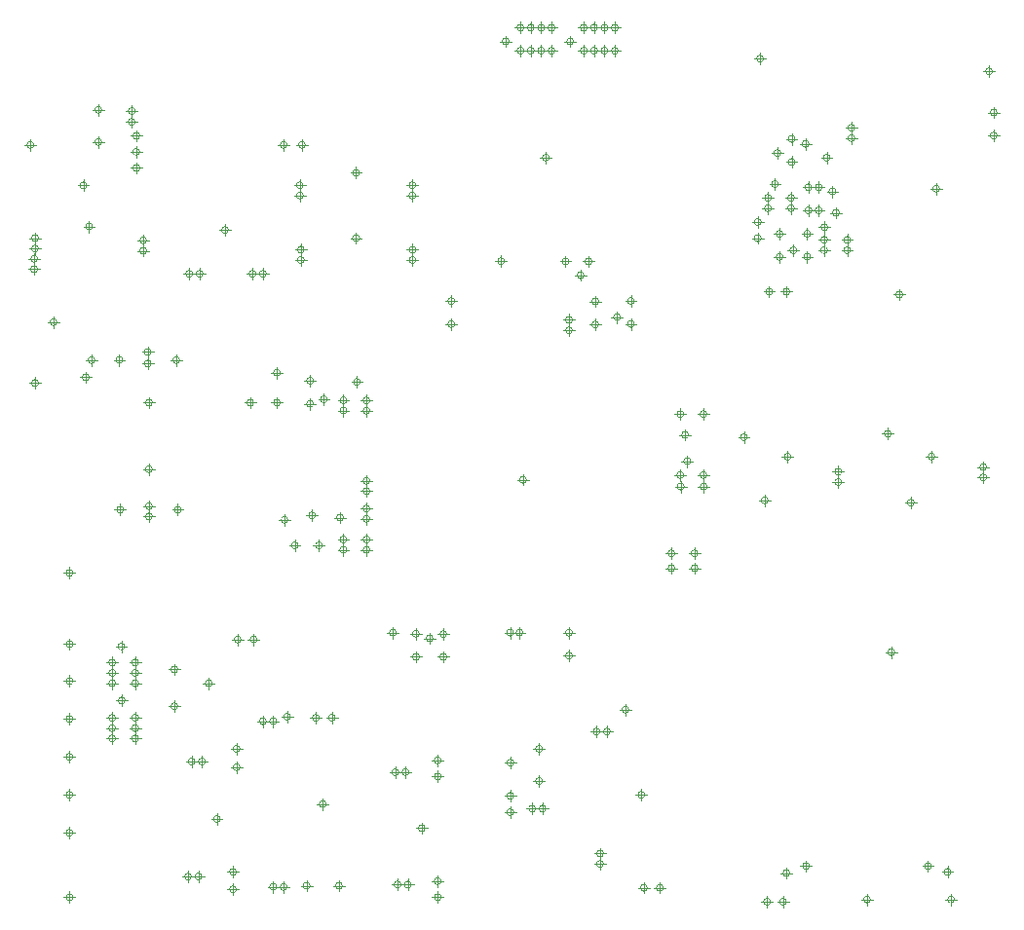
<source format=gbr>
G04*
G04 #@! TF.GenerationSoftware,Altium Limited,Altium Designer,24.9.1 (31)*
G04*
G04 Layer_Color=32896*
%FSLAX44Y44*%
%MOMM*%
G71*
G04*
G04 #@! TF.SameCoordinates,95152EAB-924E-4990-96F7-4EF775BF21D2*
G04*
G04*
G04 #@! TF.FilePolarity,Positive*
G04*
G01*
G75*
%ADD17C,0.1000*%
%ADD191C,0.0500*%
D17*
X820000Y500000D02*
X830000D01*
X825000Y495000D02*
Y505000D01*
X695000Y500000D02*
X705000D01*
X700000Y495000D02*
Y505000D01*
D191*
X225000Y341000D02*
G03*
X225000Y341000I-3000J0D01*
G01*
X200000Y303000D02*
G03*
X200000Y303000I-3000J0D01*
G01*
X719000Y144000D02*
G03*
X719000Y144000I-3000J0D01*
G01*
X576000Y206000D02*
G03*
X576000Y206000I-3000J0D01*
G01*
X679000Y846000D02*
G03*
X679000Y846000I-3000J0D01*
G01*
X104000Y773500D02*
G03*
X104000Y773500I-3000J0D01*
G01*
X259204Y546999D02*
G03*
X259204Y546999I-3000J0D01*
G01*
X65000Y617000D02*
G03*
X65000Y617000I-3000J0D01*
G01*
X299000Y198000D02*
G03*
X299000Y198000I-3000J0D01*
G01*
X328000Y690000D02*
G03*
X328000Y690000I-3000J0D01*
G01*
X214000Y697000D02*
G03*
X214000Y697000I-3000J0D01*
G01*
X328000Y747000D02*
G03*
X328000Y747000I-3000J0D01*
G01*
X96000Y700000D02*
G03*
X96000Y700000I-3000J0D01*
G01*
X385000Y177000D02*
G03*
X385000Y177000I-3000J0D01*
G01*
X207000Y185000D02*
G03*
X207000Y185000I-3000J0D01*
G01*
X148000Y489000D02*
G03*
X148000Y489000I-3000J0D01*
G01*
X148000Y547000D02*
G03*
X148000Y547000I-3000J0D01*
G01*
X45000Y771000D02*
G03*
X45000Y771000I-3000J0D01*
G01*
X828000Y500000D02*
G03*
X828000Y500000I-3000J0D01*
G01*
X703000D02*
G03*
X703000Y500000I-3000J0D01*
G01*
X473000Y480000D02*
G03*
X473000Y480000I-3000J0D01*
G01*
X772000Y115000D02*
G03*
X772000Y115000I-3000J0D01*
G01*
X462000Y234000D02*
G03*
X462000Y234000I-3000J0D01*
G01*
X289750Y449000D02*
G03*
X289750Y449000I-3000J0D01*
G01*
X832000Y733000D02*
G03*
X832000Y733000I-3000J0D01*
G01*
X615796Y496000D02*
G03*
X615796Y496000I-3000J0D01*
G01*
X554796Y621314D02*
G03*
X554796Y621314I-3000J0D01*
G01*
X707990Y679494D02*
G03*
X707990Y679494I-3000J0D01*
G01*
X692000Y737000D02*
G03*
X692000Y737000I-3000J0D01*
G01*
X718480Y771994D02*
G03*
X718480Y771994I-3000J0D01*
G01*
X514000Y861000D02*
G03*
X514000Y861000I-3000J0D01*
G01*
X458000D02*
G03*
X458000Y861000I-3000J0D01*
G01*
X523000Y657796D02*
G03*
X523000Y657796I-3000J0D01*
G01*
X116000Y312000D02*
G03*
X116000Y312000I-3000J0D01*
G01*
Y303000D02*
G03*
X116000Y303000I-3000J0D01*
G01*
X136000Y312000D02*
G03*
X136000Y312000I-3000J0D01*
G01*
Y321000D02*
G03*
X136000Y321000I-3000J0D01*
G01*
Y303000D02*
G03*
X136000Y303000I-3000J0D01*
G01*
X493000Y760000D02*
G03*
X493000Y760000I-3000J0D01*
G01*
X882000Y799250D02*
G03*
X882000Y799250I-3000J0D01*
G01*
Y779250D02*
G03*
X882000Y779250I-3000J0D01*
G01*
X747000Y487000D02*
G03*
X747000Y487000I-3000J0D01*
G01*
X314000Y447000D02*
G03*
X314000Y447000I-3000J0D01*
G01*
X265750Y445000D02*
G03*
X265750Y445000I-3000J0D01*
G01*
X614000Y519000D02*
G03*
X614000Y519000I-3000J0D01*
G01*
X79000Y117000D02*
G03*
X79000Y117000I-3000J0D01*
G01*
X79000Y399000D02*
G03*
X79000Y399000I-3000J0D01*
G01*
X170000Y283000D02*
G03*
X170000Y283000I-3000J0D01*
G01*
X79000Y173000D02*
G03*
X79000Y173000I-3000J0D01*
G01*
Y206000D02*
G03*
X79000Y206000I-3000J0D01*
G01*
X239000Y341000D02*
G03*
X239000Y341000I-3000J0D01*
G01*
X79000Y305000D02*
G03*
X79000Y305000I-3000J0D01*
G01*
Y337000D02*
G03*
X79000Y337000I-3000J0D01*
G01*
X170000Y315000D02*
G03*
X170000Y315000I-3000J0D01*
G01*
X878000Y835000D02*
G03*
X878000Y835000I-3000J0D01*
G01*
X800000Y641000D02*
G03*
X800000Y641000I-3000J0D01*
G01*
X793000Y330000D02*
G03*
X793000Y330000I-3000J0D01*
G01*
X747000Y478000D02*
G03*
X747000Y478000I-3000J0D01*
G01*
X873000Y491000D02*
G03*
X873000Y491000I-3000J0D01*
G01*
Y482000D02*
G03*
X873000Y482000I-3000J0D01*
G01*
X530000Y669797D02*
G03*
X530000Y669797I-3000J0D01*
G01*
X510000D02*
G03*
X510000Y669797I-3000J0D01*
G01*
X470796Y853000D02*
G03*
X470796Y853000I-3000J0D01*
G01*
X479796D02*
G03*
X479796Y853000I-3000J0D01*
G01*
X488796D02*
G03*
X488796Y853000I-3000J0D01*
G01*
X497796D02*
G03*
X497796Y853000I-3000J0D01*
G01*
X525796D02*
G03*
X525796Y853000I-3000J0D01*
G01*
X534796D02*
G03*
X534796Y853000I-3000J0D01*
G01*
X543796D02*
G03*
X543796Y853000I-3000J0D01*
G01*
X552796D02*
G03*
X552796Y853000I-3000J0D01*
G01*
X470796Y873000D02*
G03*
X470796Y873000I-3000J0D01*
G01*
X479796D02*
G03*
X479796Y873000I-3000J0D01*
G01*
X734740Y688494D02*
G03*
X734740Y688494I-3000J0D01*
G01*
X185000Y235000D02*
G03*
X185000Y235000I-3000J0D01*
G01*
X191000Y135000D02*
G03*
X191000Y135000I-3000J0D01*
G01*
X194000Y235000D02*
G03*
X194000Y235000I-3000J0D01*
G01*
X182000Y135000D02*
G03*
X182000Y135000I-3000J0D01*
G01*
X362000Y225750D02*
G03*
X362000Y225750I-3000J0D01*
G01*
X364000Y128000D02*
G03*
X364000Y128000I-3000J0D01*
G01*
X371000Y225750D02*
G03*
X371000Y225750I-3000J0D01*
G01*
X373000Y128000D02*
G03*
X373000Y128000I-3000J0D01*
G01*
X825000Y144000D02*
G03*
X825000Y144000I-3000J0D01*
G01*
X702000Y138000D02*
G03*
X702000Y138000I-3000J0D01*
G01*
X842000Y139000D02*
G03*
X842000Y139000I-3000J0D01*
G01*
X540000Y146000D02*
G03*
X540000Y146000I-3000J0D01*
G01*
X546000Y261000D02*
G03*
X546000Y261000I-3000J0D01*
G01*
X540000Y155000D02*
G03*
X540000Y155000I-3000J0D01*
G01*
X537000Y261000D02*
G03*
X537000Y261000I-3000J0D01*
G01*
X256000Y126000D02*
G03*
X256000Y126000I-3000J0D01*
G01*
X247000Y270000D02*
G03*
X247000Y270000I-3000J0D01*
G01*
X265000Y126000D02*
G03*
X265000Y126000I-3000J0D01*
G01*
X256000Y270000D02*
G03*
X256000Y270000I-3000J0D01*
G01*
X48250Y663000D02*
G03*
X48250Y663000I-3000J0D01*
G01*
Y672000D02*
G03*
X48250Y672000I-3000J0D01*
G01*
X98000Y584000D02*
G03*
X98000Y584000I-3000J0D01*
G01*
X93000Y569000D02*
G03*
X93000Y569000I-3000J0D01*
G01*
X143000Y679000D02*
G03*
X143000Y679000I-3000J0D01*
G01*
X143000Y688000D02*
G03*
X143000Y688000I-3000J0D01*
G01*
X49000Y681000D02*
G03*
X49000Y681000I-3000J0D01*
G01*
Y690000D02*
G03*
X49000Y690000I-3000J0D01*
G01*
X377000Y671000D02*
G03*
X377000Y671000I-3000J0D01*
G01*
X280000Y671000D02*
G03*
X280000Y671000I-3000J0D01*
G01*
X377000Y680000D02*
G03*
X377000Y680000I-3000J0D01*
G01*
X280000D02*
G03*
X280000Y680000I-3000J0D01*
G01*
X279000Y727000D02*
G03*
X279000Y727000I-3000J0D01*
G01*
X377000Y727000D02*
G03*
X377000Y727000I-3000J0D01*
G01*
X279000Y736000D02*
G03*
X279000Y736000I-3000J0D01*
G01*
X377000Y736000D02*
G03*
X377000Y736000I-3000J0D01*
G01*
X183000Y659000D02*
G03*
X183000Y659000I-3000J0D01*
G01*
X238000Y659000D02*
G03*
X238000Y659000I-3000J0D01*
G01*
X192000Y659000D02*
G03*
X192000Y659000I-3000J0D01*
G01*
X247000Y659000D02*
G03*
X247000Y659000I-3000J0D01*
G01*
X602000Y416000D02*
G03*
X602000Y416000I-3000J0D01*
G01*
X136000Y255000D02*
G03*
X136000Y255000I-3000J0D01*
G01*
Y264000D02*
G03*
X136000Y264000I-3000J0D01*
G01*
Y273000D02*
G03*
X136000Y273000I-3000J0D01*
G01*
X116000Y321000D02*
G03*
X116000Y321000I-3000J0D01*
G01*
X116000Y255000D02*
G03*
X116000Y255000I-3000J0D01*
G01*
Y264000D02*
G03*
X116000Y264000I-3000J0D01*
G01*
Y273000D02*
G03*
X116000Y273000I-3000J0D01*
G01*
X79000Y239000D02*
G03*
X79000Y239000I-3000J0D01*
G01*
Y272000D02*
G03*
X79000Y272000I-3000J0D01*
G01*
X300000Y550000D02*
G03*
X300000Y550000I-3000J0D01*
G01*
X124000Y335000D02*
G03*
X124000Y335000I-3000J0D01*
G01*
X124250Y288000D02*
G03*
X124250Y288000I-3000J0D01*
G01*
X488796Y873000D02*
G03*
X488796Y873000I-3000J0D01*
G01*
X497796D02*
G03*
X497796Y873000I-3000J0D01*
G01*
X525796D02*
G03*
X525796Y873000I-3000J0D01*
G01*
X534796D02*
G03*
X534796Y873000I-3000J0D01*
G01*
X543796D02*
G03*
X543796Y873000I-3000J0D01*
G01*
X552796D02*
G03*
X552796Y873000I-3000J0D01*
G01*
X133000Y791000D02*
G03*
X133000Y791000I-3000J0D01*
G01*
Y800500D02*
G03*
X133000Y800500I-3000J0D01*
G01*
X490000Y194000D02*
G03*
X490000Y194000I-3000J0D01*
G01*
X481000D02*
G03*
X481000Y194000I-3000J0D01*
G01*
X148000Y448000D02*
G03*
X148000Y448000I-3000J0D01*
G01*
Y457000D02*
G03*
X148000Y457000I-3000J0D01*
G01*
X147000Y581000D02*
G03*
X147000Y581000I-3000J0D01*
G01*
X686000Y716000D02*
G03*
X686000Y716000I-3000J0D01*
G01*
X720990Y734245D02*
G03*
X720990Y734245I-3000J0D01*
G01*
X719990Y673745D02*
G03*
X719990Y673745I-3000J0D01*
G01*
X745000Y712000D02*
G03*
X745000Y712000I-3000J0D01*
G01*
X695990Y673745D02*
G03*
X695990Y673745I-3000J0D01*
G01*
X754740Y679494D02*
G03*
X754740Y679494I-3000J0D01*
G01*
Y688494D02*
G03*
X754740Y688494I-3000J0D01*
G01*
X706000Y725000D02*
G03*
X706000Y725000I-3000J0D01*
G01*
Y716000D02*
G03*
X706000Y716000I-3000J0D01*
G01*
X720990Y714245D02*
G03*
X720990Y714245I-3000J0D01*
G01*
X719990Y693745D02*
G03*
X719990Y693745I-3000J0D01*
G01*
X734990Y699494D02*
G03*
X734990Y699494I-3000J0D01*
G01*
X695990Y693745D02*
G03*
X695990Y693745I-3000J0D01*
G01*
X734740Y679494D02*
G03*
X734740Y679494I-3000J0D01*
G01*
X403796Y345750D02*
G03*
X403796Y345750I-3000J0D01*
G01*
X535796Y615000D02*
G03*
X535796Y615000I-3000J0D01*
G01*
X609796Y484000D02*
G03*
X609796Y484000I-3000J0D01*
G01*
X337000Y428000D02*
G03*
X337000Y428000I-3000J0D01*
G01*
X566796Y615314D02*
G03*
X566796Y615314I-3000J0D01*
G01*
X622000Y416000D02*
G03*
X622000Y416000I-3000J0D01*
G01*
X403796Y326000D02*
G03*
X403796Y326000I-3000J0D01*
G01*
X535796Y635000D02*
G03*
X535796Y635000I-3000J0D01*
G01*
X629796Y484000D02*
G03*
X629796Y484000I-3000J0D01*
G01*
X317000Y428000D02*
G03*
X317000Y428000I-3000J0D01*
G01*
X566796Y635314D02*
G03*
X566796Y635314I-3000J0D01*
G01*
X337000Y540000D02*
G03*
X337000Y540000I-3000J0D01*
G01*
Y549000D02*
G03*
X337000Y549000I-3000J0D01*
G01*
X513000Y610000D02*
G03*
X513000Y610000I-3000J0D01*
G01*
X410796Y615314D02*
G03*
X410796Y615314I-3000J0D01*
G01*
X609796Y537000D02*
G03*
X609796Y537000I-3000J0D01*
G01*
X602046Y403000D02*
G03*
X602046Y403000I-3000J0D01*
G01*
X513000Y347000D02*
G03*
X513000Y347000I-3000J0D01*
G01*
X461796Y347000D02*
G03*
X461796Y347000I-3000J0D01*
G01*
X379796Y346000D02*
G03*
X379796Y346000I-3000J0D01*
G01*
X337000Y419000D02*
G03*
X337000Y419000I-3000J0D01*
G01*
Y455000D02*
G03*
X337000Y455000I-3000J0D01*
G01*
Y479000D02*
G03*
X337000Y479000I-3000J0D01*
G01*
X610046Y474000D02*
G03*
X610046Y474000I-3000J0D01*
G01*
X317000Y540000D02*
G03*
X317000Y540000I-3000J0D01*
G01*
Y549000D02*
G03*
X317000Y549000I-3000J0D01*
G01*
X513000Y619000D02*
G03*
X513000Y619000I-3000J0D01*
G01*
X410796Y635314D02*
G03*
X410796Y635314I-3000J0D01*
G01*
X629796Y537000D02*
G03*
X629796Y537000I-3000J0D01*
G01*
X622046Y403000D02*
G03*
X622046Y403000I-3000J0D01*
G01*
X147000Y591000D02*
G03*
X147000Y591000I-3000J0D01*
G01*
X737000Y760000D02*
G03*
X737000Y760000I-3000J0D01*
G01*
X706480Y756245D02*
G03*
X706480Y756245I-3000J0D01*
G01*
Y776245D02*
G03*
X706480Y776245I-3000J0D01*
G01*
X729990Y734245D02*
G03*
X729990Y734245I-3000J0D01*
G01*
Y714245D02*
G03*
X729990Y714245I-3000J0D01*
G01*
X686000Y725000D02*
G03*
X686000Y725000I-3000J0D01*
G01*
X513000Y327000D02*
G03*
X513000Y327000I-3000J0D01*
G01*
X470000Y347000D02*
G03*
X470000Y347000I-3000J0D01*
G01*
X380000Y326000D02*
G03*
X380000Y326000I-3000J0D01*
G01*
X317000Y419000D02*
G03*
X317000Y419000I-3000J0D01*
G01*
X337000Y446000D02*
G03*
X337000Y446000I-3000J0D01*
G01*
Y470000D02*
G03*
X337000Y470000I-3000J0D01*
G01*
X630046Y474000D02*
G03*
X630046Y474000I-3000J0D01*
G01*
X295750Y423000D02*
G03*
X295750Y423000I-3000J0D01*
G01*
X274750D02*
G03*
X274750Y423000I-3000J0D01*
G01*
X236000Y547000D02*
G03*
X236000Y547000I-3000J0D01*
G01*
X259250Y573000D02*
G03*
X259250Y573000I-3000J0D01*
G01*
X758250Y786000D02*
G03*
X758250Y786000I-3000J0D01*
G01*
Y777000D02*
G03*
X758250Y777000I-3000J0D01*
G01*
X288000Y546000D02*
G03*
X288000Y546000I-3000J0D01*
G01*
Y566000D02*
G03*
X288000Y566000I-3000J0D01*
G01*
X683000Y462000D02*
G03*
X683000Y462000I-3000J0D01*
G01*
X665000Y517000D02*
G03*
X665000Y517000I-3000J0D01*
G01*
X810000Y460000D02*
G03*
X810000Y460000I-3000J0D01*
G01*
X790000Y520000D02*
G03*
X790000Y520000I-3000J0D01*
G01*
X454000Y670000D02*
G03*
X454000Y670000I-3000J0D01*
G01*
X91000Y736000D02*
G03*
X91000Y736000I-3000J0D01*
G01*
X137000Y779000D02*
G03*
X137000Y779000I-3000J0D01*
G01*
Y751000D02*
G03*
X137000Y751000I-3000J0D01*
G01*
Y765000D02*
G03*
X137000Y765000I-3000J0D01*
G01*
X104000Y801500D02*
G03*
X104000Y801500I-3000J0D01*
G01*
X487000Y218000D02*
G03*
X487000Y218000I-3000J0D01*
G01*
Y246000D02*
G03*
X487000Y246000I-3000J0D01*
G01*
X462000Y205000D02*
G03*
X462000Y205000I-3000J0D01*
G01*
Y191000D02*
G03*
X462000Y191000I-3000J0D01*
G01*
X171750Y584000D02*
G03*
X171750Y584000I-3000J0D01*
G01*
X122250D02*
G03*
X122250Y584000I-3000J0D01*
G01*
X173000Y454000D02*
G03*
X173000Y454000I-3000J0D01*
G01*
X123000D02*
G03*
X123000Y454000I-3000J0D01*
G01*
X741990Y730495D02*
G03*
X741990Y730495I-3000J0D01*
G01*
X694000Y764000D02*
G03*
X694000Y764000I-3000J0D01*
G01*
X701990Y643494D02*
G03*
X701990Y643494I-3000J0D01*
G01*
X686990D02*
G03*
X686990Y643494I-3000J0D01*
G01*
X677000Y704000D02*
G03*
X677000Y704000I-3000J0D01*
G01*
Y690000D02*
G03*
X677000Y690000I-3000J0D01*
G01*
X224000Y230000D02*
G03*
X224000Y230000I-3000J0D01*
G01*
X221000Y139000D02*
G03*
X221000Y139000I-3000J0D01*
G01*
X224000Y246000D02*
G03*
X224000Y246000I-3000J0D01*
G01*
X221000Y124000D02*
G03*
X221000Y124000I-3000J0D01*
G01*
X399000Y222000D02*
G03*
X399000Y222000I-3000J0D01*
G01*
Y131000D02*
G03*
X399000Y131000I-3000J0D01*
G01*
X399000Y236000D02*
G03*
X399000Y236000I-3000J0D01*
G01*
Y117000D02*
G03*
X399000Y117000I-3000J0D01*
G01*
X845000Y115000D02*
G03*
X845000Y115000I-3000J0D01*
G01*
X699000Y113000D02*
G03*
X699000Y113000I-3000J0D01*
G01*
X685000D02*
G03*
X685000Y113000I-3000J0D01*
G01*
X562000Y280000D02*
G03*
X562000Y280000I-3000J0D01*
G01*
X578000Y125250D02*
G03*
X578000Y125250I-3000J0D01*
G01*
X592000D02*
G03*
X592000Y125250I-3000J0D01*
G01*
X307000Y273000D02*
G03*
X307000Y273000I-3000J0D01*
G01*
X285000Y127000D02*
G03*
X285000Y127000I-3000J0D01*
G01*
X268000Y274000D02*
G03*
X268000Y274000I-3000J0D01*
G01*
X293000Y273000D02*
G03*
X293000Y273000I-3000J0D01*
G01*
X313000Y127000D02*
G03*
X313000Y127000I-3000J0D01*
G01*
X49000Y564000D02*
G03*
X49000Y564000I-3000J0D01*
G01*
X281000Y771000D02*
G03*
X281000Y771000I-3000J0D01*
G01*
X265000D02*
G03*
X265000Y771000I-3000J0D01*
G01*
X360000Y347000D02*
G03*
X360000Y347000I-3000J0D01*
G01*
X391796Y342000D02*
G03*
X391796Y342000I-3000J0D01*
G01*
X328796Y565000D02*
G03*
X328796Y565000I-3000J0D01*
G01*
X222000Y336000D02*
Y346000D01*
X217000Y341000D02*
X227000D01*
X192000Y303000D02*
X202000D01*
X197000Y298000D02*
Y308000D01*
X711000Y144000D02*
X721000D01*
X716000Y139000D02*
Y149000D01*
X573000Y201000D02*
Y211000D01*
X568000Y206000D02*
X578000D01*
X676000Y841000D02*
Y851000D01*
X671000Y846000D02*
X681000D01*
X96000Y773500D02*
X106000D01*
X101000Y768500D02*
Y778500D01*
X256204Y541999D02*
Y551999D01*
X251204Y546999D02*
X261204D01*
X57000Y617000D02*
X67000D01*
X62000Y612000D02*
Y622000D01*
X296000Y193000D02*
Y203000D01*
X291000Y198000D02*
X301000D01*
X325000Y685000D02*
Y695000D01*
X320000Y690000D02*
X330000D01*
X211000Y692000D02*
Y702000D01*
X206000Y697000D02*
X216000D01*
X325000Y742000D02*
Y752000D01*
X320000Y747000D02*
X330000D01*
X93000Y695000D02*
Y705000D01*
X88000Y700000D02*
X98000D01*
X377000Y177000D02*
X387000D01*
X382000Y172000D02*
Y182000D01*
X199000Y185000D02*
X209000D01*
X204000Y180000D02*
Y190000D01*
X145000Y484000D02*
Y494000D01*
X140000Y489000D02*
X150000D01*
X145000Y542000D02*
Y552000D01*
X140000Y547000D02*
X150000D01*
X42000Y766000D02*
Y776000D01*
X37000Y771000D02*
X47000D01*
X825000Y495000D02*
Y505000D01*
X820000Y500000D02*
X830000D01*
X700000Y495000D02*
Y505000D01*
X695000Y500000D02*
X705000D01*
X470000Y475000D02*
Y485000D01*
X465000Y480000D02*
X475000D01*
X769000Y110000D02*
Y120000D01*
X764000Y115000D02*
X774000D01*
X459000Y229000D02*
Y239000D01*
X454000Y234000D02*
X464000D01*
X281750Y449000D02*
X291750D01*
X286750Y444000D02*
Y454000D01*
X824000Y733000D02*
X834000D01*
X829000Y728000D02*
Y738000D01*
X612796Y491000D02*
Y501000D01*
X607796Y496000D02*
X617796D01*
X551796Y616314D02*
Y626314D01*
X546796Y621314D02*
X556796D01*
X699990Y679494D02*
X709990D01*
X704990Y674494D02*
Y684494D01*
X684000Y737000D02*
X694000D01*
X689000Y732000D02*
Y742000D01*
X710480Y771994D02*
X720480D01*
X715480Y766994D02*
Y776994D01*
X506000Y861000D02*
X516000D01*
X511000Y856000D02*
Y866000D01*
X455000Y856000D02*
Y866000D01*
X450000Y861000D02*
X460000D01*
X520000Y652796D02*
Y662796D01*
X515000Y657796D02*
X525000D01*
X113000Y307000D02*
Y317000D01*
X108000Y312000D02*
X118000D01*
X113000Y298000D02*
Y308000D01*
X108000Y303000D02*
X118000D01*
X133000Y307000D02*
Y317000D01*
X128000Y312000D02*
X138000D01*
X133000Y316000D02*
Y326000D01*
X128000Y321000D02*
X138000D01*
X133000Y298000D02*
Y308000D01*
X128000Y303000D02*
X138000D01*
X490000Y755000D02*
Y765000D01*
X485000Y760000D02*
X495000D01*
X874000Y799250D02*
X884000D01*
X879000Y794250D02*
Y804250D01*
X874000Y779250D02*
X884000D01*
X879000Y774250D02*
Y784250D01*
X744000Y482000D02*
Y492000D01*
X739000Y487000D02*
X749000D01*
X306000Y447000D02*
X316000D01*
X311000Y442000D02*
Y452000D01*
X257750Y445000D02*
X267750D01*
X262750Y440000D02*
Y450000D01*
X611000Y514000D02*
Y524000D01*
X606000Y519000D02*
X616000D01*
X71000Y117000D02*
X81000D01*
X76000Y112000D02*
Y122000D01*
X71000Y399000D02*
X81000D01*
X76000Y394000D02*
Y404000D01*
X162000Y283000D02*
X172000D01*
X167000Y278000D02*
Y288000D01*
X71000Y173000D02*
X81000D01*
X76000Y168000D02*
Y178000D01*
X71000Y206000D02*
X81000D01*
X76000Y201000D02*
Y211000D01*
X231000Y341000D02*
X241000D01*
X236000Y336000D02*
Y346000D01*
X71000Y305000D02*
X81000D01*
X76000Y300000D02*
Y310000D01*
X71000Y337000D02*
X81000D01*
X76000Y332000D02*
Y342000D01*
X162000Y315000D02*
X172000D01*
X167000Y310000D02*
Y320000D01*
X875000Y830000D02*
Y840000D01*
X870000Y835000D02*
X880000D01*
X792000Y641000D02*
X802000D01*
X797000Y636000D02*
Y646000D01*
X785000Y330000D02*
X795000D01*
X790000Y325000D02*
Y335000D01*
X744000Y473000D02*
Y483000D01*
X739000Y478000D02*
X749000D01*
X870000Y486000D02*
Y496000D01*
X865000Y491000D02*
X875000D01*
X870000Y477000D02*
Y487000D01*
X865000Y482000D02*
X875000D01*
X527000Y664797D02*
Y674797D01*
X522000Y669797D02*
X532000D01*
X507000Y664797D02*
Y674797D01*
X502000Y669797D02*
X512000D01*
X462797Y853000D02*
X472796D01*
X467796Y848000D02*
Y858000D01*
X471796Y853000D02*
X481796D01*
X476796Y848000D02*
Y858000D01*
X480796Y853000D02*
X490796D01*
X485796Y848000D02*
Y858000D01*
X489796Y853000D02*
X499796D01*
X494796Y848000D02*
Y858000D01*
X517796Y853000D02*
X527796D01*
X522796Y848000D02*
Y858000D01*
X526796Y853000D02*
X536796D01*
X531796Y848000D02*
Y858000D01*
X535796Y853000D02*
X545796D01*
X540796Y848000D02*
Y858000D01*
X544796Y853000D02*
X554796D01*
X549796Y848000D02*
Y858000D01*
X462797Y873000D02*
X472796D01*
X467796Y868000D02*
Y878000D01*
X471796Y873000D02*
X481796D01*
X476796Y868000D02*
Y878000D01*
X731740Y683494D02*
Y693494D01*
X726740Y688494D02*
X736740D01*
X177000Y235000D02*
X187000D01*
X182000Y230000D02*
Y240000D01*
X183000Y135000D02*
X193000D01*
X188000Y130000D02*
Y140000D01*
X186000Y235000D02*
X196000D01*
X191000Y230000D02*
Y240000D01*
X174000Y135000D02*
X184000D01*
X179000Y130000D02*
Y140000D01*
X354000Y225750D02*
X364000D01*
X359000Y220750D02*
Y230750D01*
X356000Y128000D02*
X366000D01*
X361000Y123000D02*
Y133000D01*
X363000Y225750D02*
X373000D01*
X368000Y220750D02*
Y230750D01*
X365000Y128000D02*
X375000D01*
X370000Y123000D02*
Y133000D01*
X822000Y139000D02*
Y149000D01*
X817000Y144000D02*
X827000D01*
X694000Y138000D02*
X704000D01*
X699000Y133000D02*
Y143000D01*
X834000Y139000D02*
X844000D01*
X839000Y134000D02*
Y144000D01*
X537000Y141000D02*
Y151000D01*
X532000Y146000D02*
X542000D01*
X538000Y261000D02*
X548000D01*
X543000Y256000D02*
Y266000D01*
X537000Y150000D02*
Y160000D01*
X532000Y155000D02*
X542000D01*
X529000Y261000D02*
X539000D01*
X534000Y256000D02*
Y266000D01*
X248000Y126000D02*
X258000D01*
X253000Y121000D02*
Y131000D01*
X239000Y270000D02*
X249000D01*
X244000Y265000D02*
Y275000D01*
X257000Y126000D02*
X267000D01*
X262000Y121000D02*
Y131000D01*
X248000Y270000D02*
X258000D01*
X253000Y265000D02*
Y275000D01*
X45250Y658000D02*
Y668000D01*
X40250Y663000D02*
X50250D01*
X45250Y667000D02*
Y677000D01*
X40250Y672000D02*
X50250D01*
X90000Y584000D02*
X100000D01*
X95000Y579000D02*
Y589000D01*
X90000Y564000D02*
Y574000D01*
X85000Y569000D02*
X95000D01*
X140000Y674000D02*
Y684000D01*
X135000Y679000D02*
X145000D01*
X140000Y683000D02*
Y693000D01*
X135000Y688000D02*
X145000D01*
X46000Y676000D02*
Y686000D01*
X41000Y681000D02*
X51000D01*
X46000Y685000D02*
Y695000D01*
X41000Y690000D02*
X51000D01*
X374000Y666000D02*
Y676000D01*
X369000Y671000D02*
X379000D01*
X277000Y666000D02*
Y676000D01*
X272000Y671000D02*
X282000D01*
X374000Y675000D02*
Y685000D01*
X369000Y680000D02*
X379000D01*
X277000Y675000D02*
Y685000D01*
X272000Y680000D02*
X282000D01*
X276000Y722000D02*
Y732000D01*
X271000Y727000D02*
X281000D01*
X374000Y722000D02*
Y732000D01*
X369000Y727000D02*
X379000D01*
X276000Y731000D02*
Y741000D01*
X271000Y736000D02*
X281000D01*
X374000Y731000D02*
Y741000D01*
X369000Y736000D02*
X379000D01*
X175000Y659000D02*
X185000D01*
X180000Y654000D02*
Y664000D01*
X230000Y659000D02*
X240000D01*
X235000Y654000D02*
Y664000D01*
X184000Y659000D02*
X194000D01*
X189000Y654000D02*
Y664000D01*
X239000Y659000D02*
X249000D01*
X244000Y654000D02*
Y664000D01*
X599000Y411000D02*
Y421000D01*
X594000Y416000D02*
X604000D01*
X133000Y250000D02*
Y260000D01*
X128000Y255000D02*
X138000D01*
X133000Y259000D02*
Y269000D01*
X128000Y264000D02*
X138000D01*
X133000Y268000D02*
Y278000D01*
X128000Y273000D02*
X138000D01*
X113000Y316000D02*
Y326000D01*
X108000Y321000D02*
X118000D01*
X113000Y250000D02*
Y260000D01*
X108000Y255000D02*
X118000D01*
X113000Y259000D02*
Y269000D01*
X108000Y264000D02*
X118000D01*
X113000Y268000D02*
Y278000D01*
X108000Y273000D02*
X118000D01*
X71000Y239000D02*
X81000D01*
X76000Y234000D02*
Y244000D01*
X71000Y272000D02*
X81000D01*
X76000Y267000D02*
Y277000D01*
X292000Y550000D02*
X302000D01*
X297000Y545000D02*
Y555000D01*
X116000Y335000D02*
X126000D01*
X121000Y330000D02*
Y340000D01*
X116250Y288000D02*
X126250D01*
X121250Y283000D02*
Y293000D01*
X480796Y873000D02*
X490796D01*
X485796Y868000D02*
Y878000D01*
X489796Y873000D02*
X499796D01*
X494796Y868000D02*
Y878000D01*
X517796Y873000D02*
X527796D01*
X522796Y868000D02*
Y878000D01*
X526796Y873000D02*
X536796D01*
X531796Y868000D02*
Y878000D01*
X535796Y873000D02*
X545796D01*
X540796Y868000D02*
Y878000D01*
X544796Y873000D02*
X554796D01*
X549796Y868000D02*
Y878000D01*
X130000Y786000D02*
Y796000D01*
X125000Y791000D02*
X135000D01*
X130000Y795500D02*
Y805500D01*
X125000Y800500D02*
X135000D01*
X482000Y194000D02*
X492000D01*
X487000Y189000D02*
Y199000D01*
X473000Y194000D02*
X483000D01*
X478000Y189000D02*
Y199000D01*
X145000Y443000D02*
Y453000D01*
X140000Y448000D02*
X150000D01*
X145000Y452000D02*
Y462000D01*
X140000Y457000D02*
X150000D01*
X144000Y576000D02*
Y586000D01*
X139000Y581000D02*
X149000D01*
X683000Y711000D02*
Y721000D01*
X678000Y716000D02*
X688000D01*
X712990Y734245D02*
X722990D01*
X717990Y729245D02*
Y739245D01*
X711990Y673745D02*
X721990D01*
X716990Y668745D02*
Y678745D01*
X742000Y707000D02*
Y717000D01*
X737000Y712000D02*
X747000D01*
X687990Y673745D02*
X697990D01*
X692990Y668745D02*
Y678745D01*
X751740Y674494D02*
Y684494D01*
X746740Y679494D02*
X756740D01*
X751740Y683494D02*
Y693494D01*
X746740Y688494D02*
X756740D01*
X703000Y720000D02*
Y730000D01*
X698000Y725000D02*
X708000D01*
X703000Y711000D02*
Y721000D01*
X698000Y716000D02*
X708000D01*
X712990Y714245D02*
X722990D01*
X717990Y709245D02*
Y719245D01*
X711990Y693745D02*
X721990D01*
X716990Y688745D02*
Y698745D01*
X731990Y694494D02*
Y704494D01*
X726990Y699494D02*
X736990D01*
X687990Y693745D02*
X697990D01*
X692990Y688745D02*
Y698745D01*
X731740Y674494D02*
Y684494D01*
X726740Y679494D02*
X736740D01*
X395796Y345750D02*
X405796D01*
X400796Y340750D02*
Y350750D01*
X527796Y615000D02*
X537796D01*
X532796Y610000D02*
Y620000D01*
X606796Y479000D02*
Y489000D01*
X601796Y484000D02*
X611796D01*
X334000Y423000D02*
Y433000D01*
X329000Y428000D02*
X339000D01*
X558796Y615314D02*
X568796D01*
X563796Y610314D02*
Y620314D01*
X619000Y411000D02*
Y421000D01*
X614000Y416000D02*
X624000D01*
X395796Y326000D02*
X405796D01*
X400796Y321000D02*
Y331000D01*
X527796Y635000D02*
X537796D01*
X532796Y630000D02*
Y640000D01*
X626796Y479000D02*
Y489000D01*
X621796Y484000D02*
X631796D01*
X314000Y423000D02*
Y433000D01*
X309000Y428000D02*
X319000D01*
X558796Y635314D02*
X568796D01*
X563796Y630314D02*
Y640314D01*
X334000Y535000D02*
Y545000D01*
X329000Y540000D02*
X339000D01*
X334000Y544000D02*
Y554000D01*
X329000Y549000D02*
X339000D01*
X510000Y605000D02*
Y615000D01*
X505000Y610000D02*
X515000D01*
X402796Y615314D02*
X412796D01*
X407796Y610314D02*
Y620314D01*
X606796Y532000D02*
Y542000D01*
X601796Y537000D02*
X611796D01*
X599046Y398000D02*
Y408000D01*
X594046Y403000D02*
X604046D01*
X505000Y347000D02*
X515000D01*
X510000Y342000D02*
Y352000D01*
X453796Y347000D02*
X463796D01*
X458796Y342000D02*
Y352000D01*
X371796Y346000D02*
X381796D01*
X376796Y341000D02*
Y351000D01*
X334000Y414000D02*
Y424000D01*
X329000Y419000D02*
X339000D01*
X334000Y450000D02*
Y460000D01*
X329000Y455000D02*
X339000D01*
X334000Y474000D02*
Y484000D01*
X329000Y479000D02*
X339000D01*
X607046Y469000D02*
Y479000D01*
X602046Y474000D02*
X612046D01*
X314000Y535000D02*
Y545000D01*
X309000Y540000D02*
X319000D01*
X314000Y544000D02*
Y554000D01*
X309000Y549000D02*
X319000D01*
X510000Y614000D02*
Y624000D01*
X505000Y619000D02*
X515000D01*
X402796Y635314D02*
X412796D01*
X407796Y630314D02*
Y640314D01*
X626796Y532000D02*
Y542000D01*
X621796Y537000D02*
X631796D01*
X619046Y398000D02*
Y408000D01*
X614046Y403000D02*
X624046D01*
X144000Y586000D02*
Y596000D01*
X139000Y591000D02*
X149000D01*
X734000Y755000D02*
Y765000D01*
X729000Y760000D02*
X739000D01*
X698480Y756245D02*
X708480D01*
X703480Y751245D02*
Y761245D01*
X698480Y776245D02*
X708480D01*
X703480Y771245D02*
Y781245D01*
X721990Y734245D02*
X731990D01*
X726990Y729245D02*
Y739245D01*
X721990Y714245D02*
X731990D01*
X726990Y709245D02*
Y719245D01*
X683000Y720000D02*
Y730000D01*
X678000Y725000D02*
X688000D01*
X505000Y327000D02*
X515000D01*
X510000Y322000D02*
Y332000D01*
X462000Y347000D02*
X472000D01*
X467000Y342000D02*
Y352000D01*
X372000Y326000D02*
X382000D01*
X377000Y321000D02*
Y331000D01*
X314000Y414000D02*
Y424000D01*
X309000Y419000D02*
X319000D01*
X334000Y441000D02*
Y451000D01*
X329000Y446000D02*
X339000D01*
X334000Y465000D02*
Y475000D01*
X329000Y470000D02*
X339000D01*
X627046Y469000D02*
Y479000D01*
X622046Y474000D02*
X632046D01*
X292750Y418000D02*
Y428000D01*
X287750Y423000D02*
X297750D01*
X271750Y418000D02*
Y428000D01*
X266750Y423000D02*
X276750D01*
X228000Y547000D02*
X238000D01*
X233000Y542000D02*
Y552000D01*
X256250Y568000D02*
Y578000D01*
X251250Y573000D02*
X261250D01*
X755250Y781000D02*
Y791000D01*
X750250Y786000D02*
X760250D01*
X755250Y772000D02*
Y782000D01*
X750250Y777000D02*
X760250D01*
X280000Y546000D02*
X290000D01*
X285000Y541000D02*
Y551000D01*
X280000Y566000D02*
X290000D01*
X285000Y561000D02*
Y571000D01*
X680000Y457000D02*
Y467000D01*
X675000Y462000D02*
X685000D01*
X657000Y517000D02*
X667000D01*
X662000Y512000D02*
Y522000D01*
X807000Y455000D02*
Y465000D01*
X802000Y460000D02*
X812000D01*
X782000Y520000D02*
X792000D01*
X787000Y515000D02*
Y525000D01*
X451000Y665000D02*
Y675000D01*
X446000Y670000D02*
X456000D01*
X88000Y731000D02*
Y741000D01*
X83000Y736000D02*
X93000D01*
X134000Y774000D02*
Y784000D01*
X129000Y779000D02*
X139000D01*
X134000Y746000D02*
Y756000D01*
X129000Y751000D02*
X139000D01*
X134000Y760000D02*
Y770000D01*
X129000Y765000D02*
X139000D01*
X101000Y796500D02*
Y806500D01*
X96000Y801500D02*
X106000D01*
X479000Y218000D02*
X489000D01*
X484000Y213000D02*
Y223000D01*
X479000Y246000D02*
X489000D01*
X484000Y241000D02*
Y251000D01*
X459000Y200000D02*
Y210000D01*
X454000Y205000D02*
X464000D01*
X459000Y186000D02*
Y196000D01*
X454000Y191000D02*
X464000D01*
X168750Y579000D02*
Y589000D01*
X163750Y584000D02*
X173750D01*
X119250Y579000D02*
Y589000D01*
X114250Y584000D02*
X124250D01*
X170000Y449000D02*
Y459000D01*
X165000Y454000D02*
X175000D01*
X120000Y449000D02*
Y459000D01*
X115000Y454000D02*
X125000D01*
X733990Y730495D02*
X743990D01*
X738990Y725495D02*
Y735495D01*
X686000Y764000D02*
X696000D01*
X691000Y759000D02*
Y769000D01*
X693990Y643494D02*
X703990D01*
X698990Y638494D02*
Y648494D01*
X678990Y643494D02*
X688990D01*
X683990Y638494D02*
Y648494D01*
X674000Y699000D02*
Y709000D01*
X669000Y704000D02*
X679000D01*
X674000Y685000D02*
Y695000D01*
X669000Y690000D02*
X679000D01*
X221000Y225000D02*
Y235000D01*
X216000Y230000D02*
X226000D01*
X218000Y134000D02*
Y144000D01*
X213000Y139000D02*
X223000D01*
X221000Y241000D02*
Y251000D01*
X216000Y246000D02*
X226000D01*
X218000Y119000D02*
Y129000D01*
X213000Y124000D02*
X223000D01*
X396000Y217000D02*
Y227000D01*
X391000Y222000D02*
X401000D01*
X396000Y126000D02*
Y136000D01*
X391000Y131000D02*
X401000D01*
X396000Y231000D02*
Y241000D01*
X391000Y236000D02*
X401000D01*
X396000Y112000D02*
Y122000D01*
X391000Y117000D02*
X401000D01*
X837000Y115000D02*
X847000D01*
X842000Y110000D02*
Y120000D01*
X691000Y113000D02*
X701000D01*
X696000Y108000D02*
Y118000D01*
X677000Y113000D02*
X687000D01*
X682000Y108000D02*
Y118000D01*
X559000Y275000D02*
Y285000D01*
X554000Y280000D02*
X564000D01*
X570000Y125250D02*
X580000D01*
X575000Y120250D02*
Y130250D01*
X584000Y125250D02*
X594000D01*
X589000Y120250D02*
Y130250D01*
X299000Y273000D02*
X309000D01*
X304000Y268000D02*
Y278000D01*
X282000Y122000D02*
Y132000D01*
X277000Y127000D02*
X287000D01*
X260000Y274000D02*
X270000D01*
X265000Y269000D02*
Y279000D01*
X285000Y273000D02*
X295000D01*
X290000Y268000D02*
Y278000D01*
X310000Y122000D02*
Y132000D01*
X305000Y127000D02*
X315000D01*
X41000Y564000D02*
X51000D01*
X46000Y559000D02*
Y569000D01*
X273000Y771000D02*
X283000D01*
X278000Y766000D02*
Y776000D01*
X257000Y771000D02*
X267000D01*
X262000Y766000D02*
Y776000D01*
X352000Y347000D02*
X362000D01*
X357000Y342000D02*
Y352000D01*
X383796Y342000D02*
X393796D01*
X388796Y337000D02*
Y347000D01*
X320796Y565000D02*
X330796D01*
X325796Y560000D02*
Y570000D01*
M02*

</source>
